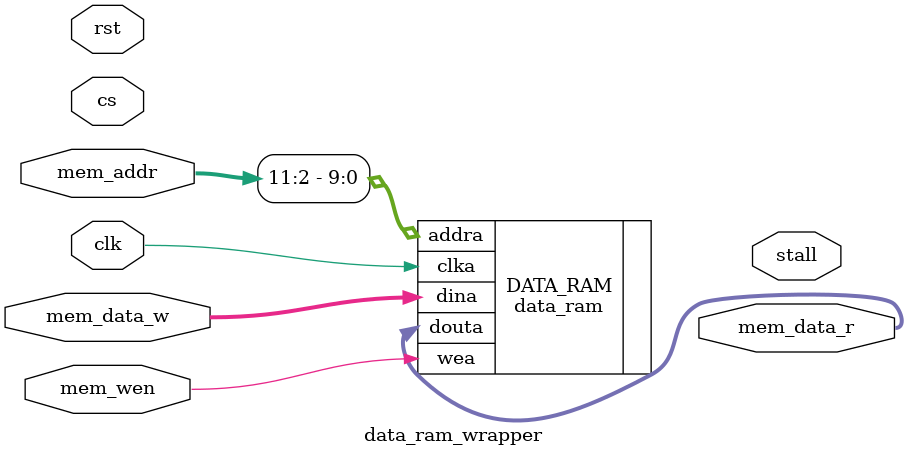
<source format=v>
`timescale 1ns / 1ps


module data_ram_wrapper (
    input clk,
    input rst,
    input cs,
    input mem_wen,
    input [31:0] mem_addr,
    input [31:0]mem_data_w,
    output reg [31:0]mem_data_r,
    output reg stall
);  
    data_ram DATA_RAM (
        .clka(clk), // input clka
        .wea(mem_wen), // input [0 : 0] wea
        .addra(mem_addr[11:2]), // input [9 : 0] addra
        .dina(mem_data_w[31:0]), // input [31 : 0] dina
        .douta(mem_data_r[31:0]) // output [31 : 0] douta
	);
   

endmodule

</source>
